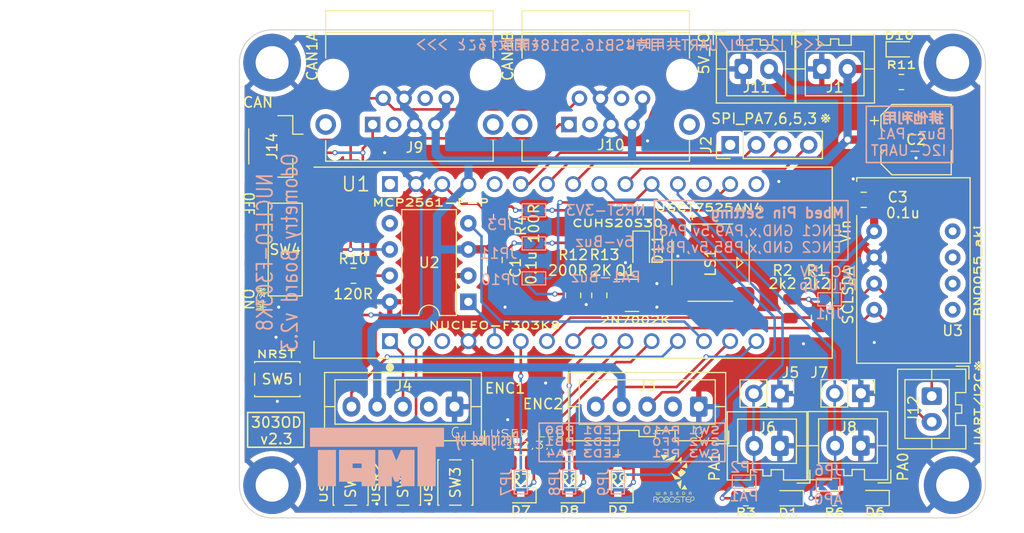
<source format=kicad_pcb>
(kicad_pcb (version 20221018) (generator pcbnew)
  (layers (0 "F.Cu" signal) (31 "B.Cu" signal) (34 "B.Paste" user) (35 "F.Paste" user) (36 "B.SilkS" user "B.Silkscreen") (37 "F.SilkS" user "F.Silkscreen") (38 "B.Mask" user) (39 "F.Mask" user) (44 "Edge.Cuts" user))
  (net 0 "")
  (net 1 "GND")
  (net 2 "+5V")
  (net 3 "NRST")
  (net 4 "Net-(D1-Pad2)")
  (net 5 "Net-(D6-Pad2)")
  (net 6 "Net-(D7-Pad2)")
  (net 7 "Net-(D8-Pad2)")
  (net 8 "Net-(D9-Pad2)")
  (net 9 "Net-(D10-Pad2)")
  (net 12 "GPIO_PA0")
  (net 13 "CANH")
  (net 15 "CANL")
  (net 19 "Net-(JP2-Pad2)")
  (net 20 "Net-(JP6-Pad2)")
  (net 21 "USR_LED1")
  (net 22 "Net-(JP7-Pad2)")
  (net 23 "USR_LED2")
  (net 24 "Net-(JP8-Pad2)")
  (net 25 "USR_LED3")
  (net 26 "Net-(JP9-Pad2)")
  (net 27 "Net-(R10-Pad1)")
  (net 28 "USR_SW1")
  (net 29 "USR_SW2")
  (net 30 "USR_SW3")
  (net 33 "CAN_TD")
  (net 34 "CAN_RD")
  (net 38 "+3V3")
  (net 41 "Net-(Q1-Pad1)")
  (net 42 "Net-(JP10-Pad2)")
  (net 43 "Net-(D11-Pad2)")
  (net 44 "Net-(D11-Pad1)")
  (net 45 "SPI1_MOSI_PA7")
  (net 46 "SPI1_MISO_PA6")
  (net 47 "SPI1_SCK_PA5")
  (net 48 "I2C_SDA")
  (net 49 "I2C_SCL")
  (net 50 "Net-(JP1-Pad1)")
  (net 55 "SPI1_SSEL_PA3")
  (net 56 "BUZZER")
  (net 57 "Net-(JP3-Pad2)")
  (net 58 "ENC2A_PB5")
  (net 59 "ENC2B_PB4")
  (net 60 "ENC1A_PA9")
  (net 61 "ENC1B_PA8")
  (footprint "NUCLEO-F303K8:MODULE_NUCLEO-F303K8" (layer "F.Cu") (at 110.49 95.25 90)
    (fp_text reference "U1")
    (fp_text value "NUCLEO-F303K8")
  )
  (footprint "Original:UGCT7525AN4" (layer "F.Cu") (at 123.825 95.25)
    (fp_text reference "LS1")
    (fp_text value "UGCT7525AN4")
  )
  (footprint "Resistor_SMD:R_0805_2012Metric" (layer "F.Cu") (at 131.572 99.7185 90)
    (fp_text reference "R2")
    (fp_text value "2k2")
  )
  (footprint "Connector_PinHeader_2.54mm:PinHeader_1x02_P2.54mm_Vertical" (layer "F.Cu") (at 130.556 107.95 -90)
    (fp_text reference "J5")
    (fp_text value "PA1")
  )
  (footprint "Connector_JST:JST_XA_B02B-XASK-1_1x02_P2.50mm_Vertical" (layer "F.Cu") (at 134.62 76.454)
    (fp_text reference "J1")
    (fp_text value "5V_IO")
  )
  (footprint "Original:SW_SPST_PTS810_HandSolder" (layer "F.Cu") (at 81.788 106.553)
    (fp_text reference "SW5")
    (fp_text value "NRST")
  )
  (footprint "Resistor_SMD:R_0805_2012Metric_Pad1.20x1.40mm_HandSolder" (layer "F.Cu") (at 103.505 90.805 90)
    (fp_text reference "R4")
    (fp_text value "100R")
  )
  (footprint "Package_DIP:DIP-8_W7.62mm" (layer "F.Cu") (at 100.32 99.05 180)
    (fp_text reference "U2")
    (fp_text value "MCP2561-E-P")
  )
  (footprint "Connector_PinHeader_2.54mm:PinHeader_1x04_P2.54mm_Vertical" (layer "F.Cu") (at 125.73 83.82 90)
    (fp_text reference "J2")
    (fp_text value "SPI_PA7,6,5,3")
  )
  (footprint "Original:ROBOSTEP_LOGO_B_S_4mm" (layer "F.Cu") (at 120.269 116.205)
    (fp_text reference "G***" hide)
    (fp_text value "LOGO" hide)
  )
  (footprint "Connector_JST:JST_XA_B02B-XASK-1_1x02_P2.50mm_Vertical" (layer "F.Cu") (at 130.556 113.03 180)
    (fp_text reference "J6")
    (fp_text value "PA1")
  )
  (footprint "Resistor_SMD:R_0805_2012Metric" (layer "F.Cu") (at 135.854 118.09)
    (fp_text reference "R6")
    (fp_text value "1k")
  )
  (footprint "Resistor_SMD:R_0805_2012Metric" (layer "F.Cu") (at 110.109 114.644 180)
    (fp_text reference "R8")
    (fp_text value "500R")
  )
  (footprint "Resistor_SMD:R_0805_2012Metric" (layer "F.Cu") (at 113.03 98.425 90)
    (fp_text reference "R13")
    (fp_text value "2K")
  )
  (footprint "LED_SMD:LED_0603_1608Metric" (layer "F.Cu") (at 110.109 117.819 180)
    (fp_text reference "D8")
    (fp_text value "USR2")
  )
  (footprint "LED_SMD:LED_0603_1608Metric" (layer "F.Cu") (at 105.41 117.819 180)
    (fp_text reference "D7")
    (fp_text value "USR1")
  )
  (footprint "Connector_PinHeader_2.54mm:PinHeader_1x02_P2.54mm_Vertical" (layer "F.Cu") (at 138.41 107.93 -90)
    (fp_text reference "J7")
    (fp_text value "PA0")
  )
  (footprint "LED_SMD:LED_0603_1608Metric" (layer "F.Cu") (at 139.68 118.09 180)
    (fp_text reference "D6")
    (fp_text value "Yellow")
  )
  (footprint "Resistor_SMD:R_0805_2012Metric" (layer "F.Cu") (at 105.41 114.654 180)
    (fp_text reference "R7")
    (fp_text value "500R")
  )
  (footprint "Original:SW_SPST_PTS810_HandSolder" (layer "F.Cu") (at 88.9 116.586 -90)
    (fp_text reference "SW1")
    (fp_text value "USR1")
  )
  (footprint "Resistor_SMD:R_0805_2012Metric" (layer "F.Cu") (at 114.824 114.644 180)
    (fp_text reference "R9")
    (fp_text value "500R")
  )
  (footprint "Capacitor_SMD:C_0805_2012Metric_Pad1.18x1.45mm_HandSolder" (layer "F.Cu") (at 102.87 94.996 90)
    (fp_text reference "C1")
    (fp_text value "0.1u")
  )
  (footprint "Resistor_SMD:R_0805_2012Metric" (layer "F.Cu") (at 127.254 118.11)
    (fp_text reference "R3")
    (fp_text value "1k")
  )
  (footprint "LED_SMD:LED_0603_1608Metric" (layer "F.Cu") (at 131.3435 118.11 180)
    (fp_text reference "D1")
    (fp_text value "Yellow")
  )
  (footprint "MountingHole:MountingHole_3.2mm_M3_DIN965_Pad" (layer "F.Cu") (at 81.28 75.84)
    (fp_text reference "H4")
    (fp_text value "MountingHole_Pad")
  )
  (footprint "Original:Kai_LAN_RJ45_Neltron_Industrial_7810-8P8C" (layer "F.Cu") (at 110.085 81.845 180)
    (fp_text reference "J10")
    (fp_text value "CAN1B")
  )
  (footprint "Original:Kai_LAN_RJ45_Neltron_Industrial_7810-8P8C" (layer "F.Cu") (at 91.035 81.845 180)
    (fp_text reference "J9")
    (fp_text value "CAN1A")
  )
  (footprint "Original:BNO055_Board" (layer "F.Cu") (at 147.32 92.202 -90)
    (fp_text reference "U3")
    (fp_text value "BNO055_aki")
  )
  (footprint "Connector_JST:JST_XA_B02B-XASK-1_1x02_P2.50mm_Vertical" (layer "F.Cu") (at 138.41 113.01 180)
    (fp_text reference "J8")
    (fp_text value "PA0")
  )
  (footprint "Diode_SMD:D_TUMD2" (layer "F.Cu") (at 117.094 93.98 -90)
    (fp_text reference "D11")
    (fp_text value "CUHS20S30")
  )
  (footprint "Connector_JST:JST_GH_SM02B-GHS-TB_1x02-1MP_P1.25mm_Horizontal" (layer "F.Cu") (at 81.575709 83.970145 -90)
    (fp_text reference "J14")
    (fp_text value "CAN")
  )
  (footprint "Capacitor_SMD:C_0805_2012Metric_Pad1.18x1.45mm_HandSolder" (layer "F.Cu") (at 138.684 89.154)
    (fp_text reference "C3")
    (fp_text value "0.1u")
  )
  (footprint "Connector_JST:JST_XA_B05B-XASK-1_1x05_P2.50mm_Vertical" (layer "F.Cu") (at 122.682 109.22 180)
    (fp_text reference "J3")
    (fp_text value "ENC2")
  )
  (footprint "Original:slide_SW" (layer "F.Cu") (at 82.55 93.98)
    (fp_text reference "SW4")
    (fp_text value "SW_DPDT_x2")
  )
  (footprint "Resistor_SMD:R_0805_2012Metric" (layer "F.Cu") (at 110.49 98.425 -90)
    (fp_text reference "R12")
    (fp_text value "200R")
  )
  (footprint "Resistor_SMD:R_0805_2012Metric" (layer "F.Cu") (at 89.17 96.52)
    (fp_text reference "R10")
    (fp_text value "120R")
  )
  (footprint "Resistor_SMD:R_0805_2012Metric" (layer "F.Cu") (at 134.347819 100.575431 90)
    (fp_text reference "R1")
    (fp_text value "2k2")
  )
  (footprint "Original:SW_SPST_PTS810_HandSolder" (layer "F.Cu") (at 93.98 116.586 -90)
    (fp_text reference "SW2")
    (fp_text value "USR2")
  )
  (footprint "MountingHole:MountingHole_3.2mm_M3_DIN965_Pad" (layer "F.Cu") (at 147.32 75.84)
    (fp_text reference "H3")
    (fp_text value "MountingHole_Pad")
  )
  (footprint "MountingHole:MountingHole_3.2mm_M3_DIN965_Pad" (layer "F.Cu") (at 81.28 116.84)
    (fp_text reference "H1")
    (fp_text value "MountingHole_Pad")
  )
  (footprint "Connector_JST:JST_XA_B02B-XASK-1_1x02_P2.50mm_Vertical" (layer "F.Cu") (at 127 76.454)
    (fp_text reference "J11")
    (fp_text value "5V_IO")
  )
  (footprint "Connector_JST:JST_XA_B02B-XASK-1_1x02_P2.50mm_Vertical" (layer "F.Cu") (at 145.288 108.204 -90)
    (fp_text reference "J12")
    (fp_text value "UART/I2C")
  )
  (footprint "MountingHole:MountingHole_3.2mm_M3_DIN965_Pad" (layer "F.Cu") (at 147.32 116.84)
    (fp_text reference "H2")
    (fp_text value "MountingHole_Pad")
  )
  (footprint "Resistor_SMD:R_0805_2012Metric" (layer "F.Cu") (at 142.3435 77.725)
    (fp_text reference "R11")
    (fp_text value "1K")
  )
  (footprint "Package_TO_SOT_SMD:SOT-23" (layer "F.Cu") (at 116.205 98.425)
    (fp_text reference "Q1")
    (fp_text value "2N7002K")
  )
  (footprint "LED_SMD:LED_0603_1608Metric" (layer "F.Cu") (at 142.3435 74.55)
    (fp_text reference "D10")
    (fp_text value "PWR")
  )
  (footprint "LED_SMD:LED_0603_1608Metric" (layer "F.Cu") (at 114.824 117.819 180)
    (fp_text reference "D9")
    (fp_text value "USR3")
  )
  (footprint "Original:SW_SPST_PTS810_HandSolder" (layer "F.Cu") (at 99.06 116.586 -90)
    (fp_text reference "SW3")
    (fp_text value "USR3")
  )
  (footprint "Capacitor_SMD:CP_Elec_6.3x5.4" (layer "F.Cu") (at 143.77 83.312)
    (fp_text reference "C2")
    (fp_text value "C_Polarized")
  )
  (footprint "Connector_JST:JST_XA_B05B-XASK-1_1x05_P2.50mm_Vertical" (layer "F.Cu") (at 98.98 109.22 180)
    (fp_text reference "J4")
    (fp_text value "ENC1")
  )
  (footprint "Original:solderbridge" (layer "B.Cu") (at 106.68 90.17 180)
    (fp_text reference "JP3")
    (fp_text value "NRST-3V3")
  )
  (footprint "Original:solderbridge" (layer "B.Cu") (at 127.078507 116.503648 180)
    (fp_text reference "JP2")
    (fp_text value "PA1")
  )
  (footprint "Original:solderbridge" (layer "B.Cu") (at 106.68 96.774 180)
    (fp_text reference "JP10")
    (fp_text value "PA1-Buz")
  )
  (footprint "Original:solderbridge" (layer "B.Cu") (at 114.824 116.549 -90)
    (fp_text reference "JP9")
    (fp_text value "USR3")
  )
  (footprint "Original:solderbridge" (layer "B.Cu") (at 106.68 93.384503)
    (fp_text reference "JP11")
    (fp_text value "5v-Buz")
  )
  (footprint "Original:solderbridge" (layer "B.Cu") (at 135.382 98.806)
    (fp_text reference "JP1")
    (fp_text value "I2C-5V")
  )
  (footprint "Original:solderbridge" (layer "B.Cu") (at 105.41 116.549 -90)
    (fp_text reference "JP7")
    (fp_text value "USR1")
  )
  (footprint "Original:solderbridge" (layer "B.Cu") (at 110.109 116.549 -90)
    (fp_text reference "JP8")
    (fp_text value "USR2")
  )
  (footprint "Original:solderbridge" (layer "B.Cu") (at 135.235 116.82 180)
    (fp_text reference "JP6")
    (fp_text value "AP0")
  )
  (footprint "Original:TMPI_LOGO_13mm_Fill" (layer "B.Cu") (at 91.460184 114.09727 180)
    (fp_text reference "G***")
    (fp_text value "LOGO" hide)
  )
  (gr_rect (start 118.364 89.2302) (end 137.16 94.996) (stroke (width 0.15)) (fill none) (layer "B.SilkS"))
  (gr_rect (start 107.188 110.8202) (end 125.222 114.554) (stroke (width 0.15)) (fill none) (layer "B.SilkS"))
  (gr_rect (start 138.938 80.0735) (end 147.32 85.5345) (stroke (width 0.15)) (fill none) (layer "B.SilkS"))
  (gr_rect (start 78.90432 109.786322) (end 84.371888 113.163609) (stroke (width 0.15)) (fill none) (layer "F.SilkS"))
  (gr_arc (start 78.105 75.84) (mid 79.034936 73.594936) (end 81.28 72.665) (stroke (width 0.1)) (layer "Edge.Cuts"))
  (gr_line (start 150.495 75.84) (end 150.495 116.84) (stroke (width 0.1)) (layer "Edge.Cuts"))
  (gr_line (start 147.32 72.665) (end 81.28 72.665) (stroke (width 0.1)) (layer "Edge.Cuts"))
  (gr_arc (start 147.32 72.665) (mid 149.565064 73.594936) (end 150.495 75.84) (stroke (width 0.1)) (layer "Edge.Cuts"))
  (gr_arc (start 81.28 120.015) (mid 79.034936 119.085064) (end 78.105 116.84) (stroke (width 0.1)) (layer "Edge.Cuts"))
  (gr_line (start 78.105 116.84) (end 78.105 75.84) (stroke (width 0.1)) (layer "Edge.Cuts"))
  (gr_arc (start 150.495 116.84) (mid 149.565064 119.085064) (end 147.32 120.015) (stroke (width 0.1)) (layer "Edge.Cuts"))
  (gr_line (start 147.32 120.015) (end 81.28 120.015) (stroke (width 0.1)) (layer "Edge.Cuts"))
  (gr_text "ENC1 GND,x,PA9,5v,PA8\nENC2 GND,x,PB5,5v,PB4" (at 136.652 92.964) (layer "B.SilkS") (effects (font (size 1 1)) (justify left mirror)))
  (gr_text "＜＜＜ I2C,SPI/UART共用時はSB16,SB18を開放すること ＞＞＞" (at 115.062 74.168) (layer "B.SilkS") (effects (font (size 1 1)) (justify mirror)))
  (gr_text "Mbed Pin Setting\n" (at 136.906 90.424) (layer "B.SilkS") (effects (font (size 1 1) (thickness 0.2)) (justify left mirror)))
  (gr_text "Designed by" (at 105.345692 112.364134) (layer "B.SilkS") (effects (font (size 1.3 0.68)) (justify left mirror)))
  (gr_text "NUCLEO-F303K8\nOdometry Board v2.3" (at 81.788 94.234 90) (layer "B.SilkS") (effects (font (size 1.5 1.2) (thickness 0.17)) (justify mirror)))
  (gr_text "LED1 PB0\nLED2 PB1\nLED3 PA4" (at 115.189 112.649) (layer "B.SilkS") (effects (font (size 0.7 1)) (justify left mirror)))
  (gr_text "SW1 PA10\nSW2 PF0\nSW3 PF1" (at 124.841 112.649) (layer "B.SilkS") (effects (font (size 0.7 1)) (justify left mirror)))
  (gr_text "Pull Up" (at 138.176 97.409) (layer "B.SilkS") (effects (font (size 1 1)) (justify left mirror)))
  (gr_text "Buz-PA1\nI2C-UART" (at 146.812 83.566) (layer "B.SilkS") (effects (font (size 1 1)) (justify left mirror)))
  (gr_text "排他利用" (at 146.558 81.28) (layer "B.SilkS") (effects (font (size 1 1) (thickness 0.2)) (justify left mirror)))
  (gr_text "\nON" (at 79.756 98.806 270) (layer "F.SilkS") (effects (font (size 1 1))))
  (gr_text "303OD\nv2.3" (at 81.69832 111.564322) (layer "F.SilkS") (effects (font (size 1 1))))
  (gr_text "SCL" (at 137.16 101.346 90) (layer "F.SilkS") (effects (font (size 1 1)) (justify left)))
  (gr_text "※" (at 134.987959 81.165318) (layer "F.SilkS") (effects (font (size 1 1))))
  (gr_text "終端" (at 80.137 98.806 270) (layer "F.SilkS") (effects (font (size 0.8 0.8) (thickness 0.08))))
  (gr_text "※" (at 149.8441 105.201248) (layer "F.SilkS") (effects (font (size 1 1))))
  (gr_text "OFF" (at 78.994 89.535 270) (layer "F.SilkS") (effects (font (size 1 0.8))))
  (gr_text "G\n" (at 122.682 111.76) (layer "F.SilkS") (effects (font (size 1 1) (thickness 0.08))))
  (gr_text "SDA" (at 137.16 98.552 90) (layer "F.SilkS") (effects (font (size 1 1)) (justify left)))
  (gr_text "G\n" (at 99.06 111.76) (layer "F.SilkS") (effects (font (size 1 1) (thickness 0.08))))
  (gr_text "USER LED\n1,2,3," (at 106.045 112.395) (layer "F.SilkS") (effects (font (size 0.7 1) (thickness 0.08))))
  (segment (start 111.76 99.314) (end 113.0065 99.314) (width 0.25) (layer "F.Cu") (net 1))
  (segment (start 113.0065 99.314) (end 113.03 99.3375) (width 0.25) (layer "F.Cu") (net 1))
  (via (at 92.202 84.582) (size 0.5) (drill 0.3) (layers "F.Cu" "B.Cu") (net 1))
  (via (at 132.842 103.124) (size 0.5) (drill 0.3) (layers "F.Cu" "B.Cu") (net 1))
  (via (at 111.76 99.314) (size 0.5) (drill 0.3) (layers "F.Cu" "B.Cu") (net 1))
  (via (at 139.709404 102.997) (size 0.5) (drill 0.3) (layers "F.Cu" "B.Cu") (net 1))
  (via (at 91.44 118.656) (size 0.5) (drill 0.3) (layers "F.Cu" "B.Cu") (net 1))
  (via (at 103.886 99.568) (size 0.5) (drill 0.3) (layers "F.Cu" "B.Cu") (net 1))
  (via (at 115.57 95.25) (size 0.5) (drill 0.3) (layers "F.Cu" "B.Cu") (net 1))
  (via (at 96.52 118.656) (size 0.5) (drill 0.3) (layers "F.Cu" "B.Cu") (net 1))
  (via (at 81.788 108.712) (size 0.5) (drill 0.3) (layers "F.Cu" "B.Cu") (net 1))
  (via (at 104.14 110.49) (size 0.5) (drill 0.3) (layers "F.Cu" "B.Cu") (net 1))
  (via (at 137.668 87.122) (size 0.5) (drill 0.3) (layers "F.Cu" "B.Cu") (net 1))
  (via (at 81.915 99.568) (size 0.5) (drill 0.3) (layers "F.Cu" "B.Cu") (net 1))
  (via (at 118.618 97.282) (size 0.5) (drill 0.3) (layers "F.Cu" "B.Cu") (net 1))
  (via (at 118.618 99.568) (size 0.5) (drill 0.3) (layers "F.Cu" "B.Cu") (net 1))
  (via (at 143.764 85.09) (size 0.5) (drill 0.3) (layers "F.Cu" "B.Cu") (net 1))
  (via (at 117.784927 91.214017) (size 0.5) (drill 0.3) (layers "F.Cu" "B.Cu") (net 1))
  (via (at 130.443364 87.376) (size 0.5) (drill 0.3) (layers "F.Cu" "B.Cu") (net 1))
  (via (at 107.823 106.934) (size 0.5) (drill 0.3) (layers "F.Cu" "B.Cu") (net 1))
  (via (at 117.711525 83.432162) (size 0.5) (drill 0.3) (layers "F.Cu" "B.Cu") (net 1))
  (via (at 81.661 102.489) (size 0.5) (drill 0.3) (layers "F.Cu" "B.Cu") (net 1))
  (via (at 120.65 94.615) (size 0.5) (drill 0.3) (layers "F.Cu" "B.Cu") (net 1))
  (segment (start 114.165 81.206009) (end 114.165 81.845) (width 0.8) (layer "B.Cu") (net 1))
  (segment (start 94.095 80.108718) (end 95.115 81.128718) (width 0.8) (layer "B.Cu") (net 1))
  (segment (start 94.095 79.305) (end 94.095 80.108718) (width 0.8) (layer "B.Cu") (net 1))
  (segment (start 113.145 80.186009) (end 114.165 81.206009) (width 0.8) (layer "B.Cu") (net 1))
  (segment (start 95.115 81.128718) (end 95.115 81.845) (width 0.8) (layer "B.Cu") (net 1))
  (segment (start 113.145 79.305) (end 113.145 80.186009) (width 0.8) (layer "B.Cu") (net 1))
  (segment (start 104.14 93.98) (end 102.8915 93.98) (width 0.25) (layer "F.Cu") (net 2))
  (segment (start 140.16 76.454) (end 141.431 77.725) (width 0.8) (layer "F.Cu") (net 2))
  (segment (start 139.7 92.202) (end 139.7 83.312) (width 0.8) (layer "F.Cu") (net 2))
  (segment (start 104.775 93.345) (end 104.14 93.98) (width 0.25) (layer "F.Cu") (net 2))
  (segment (start 102.8915 93.98) (end 102.87 93.9585) (width 0.25) (layer "F.Cu") (net 2))
  (segment (start 137.12 76.454) (end 140.16 76.454) (width 0.8) (layer "F.Cu") (net 2))
  (segment (start 100.3315 93.9585) (end 100.32 93.97) (width 0.8) (layer "F.Cu") (net 2))
  (segment (start 102.87 93.9585) (end 100.3315 93.9585) (width 0.8) (layer "F.Cu") (net 2))
  (segment (start 139.7 83.312) (end 137.12 83.312) (width 0.8) (layer "F.Cu") (net 2))
  (via (at 137.12 83.312) (size 0.8) (drill 0.6) (layers "F.Cu" "B.Cu") (net 2))
  (via (at 104.775 93.345) (size 0.5) (drill 0.3) (layers "F.Cu" "B.Cu") (net 2))
  (segment (start 106.03 93.384503) (end 104.814503 93.384503) (width 0.25) (layer "B.Cu") (net 2))
  (segment (start 98.175 79.305) (end 98.175 80.49) (width 0.8) (layer "B.Cu") (net 2))
  (segment (start 137.12 78.526) (end 137.12 76.454) (width 0.8) (layer "B.Cu") (net 2))
  (segment (start 115.182 109.22) (end 115.182 106.292) (width 0.8) (layer "B.Cu") (net 2))
  (segment (start 100.32 93.97) (end 97.292 93.97) (width 0.8) (layer "B.Cu") (net 2))
  (segment (start 117.225 80.49) (end 116.205 81.51) (width 0.8) (layer "B.Cu") (net 2))
  (segment (start 115.182 106.292) (end 114.3 105.41) (width 0.8) (layer "B.Cu") (net 2))
  (segment (start 97.282 93.98) (end 97.282 100.33) (width 0.8) (layer "B.Cu") (net 2))
  (segment (start 97.155 81.51) (end 97.155 81.845) (width 0.8) (layer "B.Cu") (net 2))
  (segment (start 116.205 81.845) (end 116.205 85.344) (width 0.8) (layer "B.Cu") (net 2))
  (segment (start 91.48 109.22) (end 91.48 105.196) (width 0.8) (layer "B.Cu") (net 2))
  (segment (start 104.814503 93.384503) (end 104.775 93.345) (width 0.25) (layer "B.Cu") (net 2))
  (segment (start 97.155 84.709) (end 97.79 85.344) (width 0.8) (layer "B.Cu") (net 2))
  (segment (start 135.088 85.344) (end 137.12 83.312) (width 0.8) (layer "B.Cu") (net 2))
  (segment (start 97.282 90.678) (end 97.282 93.98) (width 0.8) (layer "B.Cu") (net 2))
  (segment (start 97.282 100.33) (end 96.4438 101.1682) (width 0.8) (layer "B.Cu") (net 2))
  (segment (start 117.225 79.305) (end 117.225 80.49) (width 0.8) (layer "B.Cu") (net 2))
  (segment (start 97.155 81.845) (end 97.155 84.709) (width 0.8) (layer "B.Cu") (net 2))
  (segment (start 100.33 87.63) (end 100.33 85.344) (width 0.8) (layer "B.Cu") (net 2))
  (segment (start 97.292 93.97) (end 97.282 93.98) (width 0.8) (layer "B.Cu") (net 2))
  (segment (start 116.205 85.344) (end 135.088 85.344) (width 0.8) (layer "B.Cu") (net 2))
  (segment (start 91.694 105.41) (end 114.3 105.41) (width 0.8) (layer "B.Cu") (net 2))
  (segment (start 96.4438 101.1682) (end 91.6178 101.1682) (width 0.8) (layer "B.Cu") (net 2))
  (segment (start 91.6178 101.1682) (end 90.932 101.854) (width 0.8) (layer "B.Cu") (net 2))
  (segment (start 100.33 85.344) (end 116.205 85.344) (width 0.8) (layer "B.Cu") (net 2))
  (segment (start 136.032 95.87) (end 139.7 92.202) (width 0.4) (layer "B.Cu") (net 2))
  (segment (start 98.175 80.49) (end 97.155 81.51) (width 0.8) (layer "B.Cu") (net 2))
  (segment (start 136.032 98.806) (end 136.032 95.87) (width 0.4) (layer "B.Cu") (net 2))
  (segment (start 116.205 81.51) (end 116.205 81.845) (width 0.8) (layer "B.Cu") (net 2))
  (segment (start 131.572 78.526) (end 129.5 76.454) (width 0.8) (layer "B.Cu") (net 2))
  (segment (start 91.48 105.196) (end 90.932 104.648) (width 0.8) (layer "B.Cu") (net 2))
  (segment (start 90.932 101.854) (end 90.932 104.648) (width 0.8) (layer "B.Cu") (net 2))
  (segment (start 97.79 85.344) (end 100.33 85.344) (width 0.8) (layer "B.Cu") (net 2))
  (segment (start 137.12 78.526) (end 137.12 83.312) (width 0.8) (layer "B.Cu") (net 2))
  (segment (start 137.12 78.526) (end 131.572 78.526) (width 0.8) (layer "B.Cu") (net 2))
  (segment (start 100.33 87.63) (end 97.282 90.678) (width 0.8) (layer "B.Cu") (net 2))
  (segment (start 90.932 104.648) (end 91.694 105.41) (width 0.8) (layer "B.Cu") (net 2))
  (segment (start 89.068875 100.33) (end 83.9438 105.455075) (width 0.25) (layer "F.Cu") (net 3))
  (segment (start 101.235 89.535) (end 99.695 89.535) (width 0.25) (layer "F.Cu") (net 3))
  (segment (start 90.876 100.33) (end 89.068875 100.33) (width 0.25) (layer "F.Cu") (net 3))
  (segment (start 103.505 91.805) (end 101.235 89.535) (width 0.25) (layer "F.Cu") (net 3))
  (segment (start 79.5998 105.455075) (end 83.9438 105.455075) (width 0.25) (layer "F.Cu") (net 3))
  (segment (start 99.695 89.535) (end 97.79 87.63) (width 0.25) (layer "F.Cu") (net 3))
  (via (at 90.876 100.33) (size 0.5) (drill 0.3) (layers "F.Cu" "B.Cu") (net 3))
  (segment (start 95.758 100.076) (end 95.758 89.662) (width 0.25) (layer "B.Cu") (net 3))
  (segment (start 95.758 89.662) (end 97.79 87.63) (width 0.25) (layer "B.Cu") (net 3))
  (segment (start 95.504 100.33) (end 95.758 100.076) (width 0.25) (layer "B.Cu") (net 3))
  (segment (start 90.876 100.33) (end 95.504 100.33) (width 0.25) (layer "B.Cu") (net 3))
  (segment (start 130.556 118.11) (end 128.1665 118.11) (width 0.25) (layer "F.Cu") (net 4))
  (segment (start 138.805 118.09) (end 136.854 118.09) (width 0.25) (layer "F.Cu") (net 5))
  (segment (start 104.41 114.654) (end 104.41 117.694) (width 0.25) (layer "F.Cu") (net 6))
  (segment (start 104.41 117.694) (end 104.535 117.819) (width 0.25) (layer "F.Cu") (net 6))
  (segment (start 109.109 117.694) (end 109.234 117.819) (width 0.25) (layer "F.Cu") (net 7))
  (segment (start 109.109 114.644) (end 109.109 117.694) (width 0.25) (layer "F.Cu") (net 7))
  (segment (start 113.824 114.644) (end 113.824 117.694) (width 0.25) (layer "F.Cu") (net 8))
  (segment (start 113.824 117.694) (end 113.949 117.819) (width 0.25) (layer "F.Cu") (net 8))
  (segment (start 143.3435 74.675) (end 143.2185 74.55) (width 0.25) (layer "F.Cu") (net 9))
  (segment (start 143.256 74.675) (end 143.131 74.55) (width 0.25) (layer "F.Cu") (net 9))
  (segment (start 143.256 77.725) (end 143.256 74.675) (width 0.25) (layer "F.Cu") (net 9))
  (segment (start 120.65 87.63) (end 120.65 88.646) (width 0.25) (layer "B.Cu") (net 12))
  (segment (start 120.65 88.646) (end 135.87 103.866) (width 0.25) (layer "B.Cu") (net 12))
  (segment (start 135.87 112.97) (end 135.91 113.01) (width 0.25) (layer "B.Cu") (net 12))
  (segment (start 135.87 107.93) (end 135.87 112.97) (width 0.25) (layer "B.Cu") (net 12))
  (segment (start 135.91 113.01) (end 135.91 116.77) (width 0.25) (layer "B.Cu") (net 12))
  (segment (start 135.87 103.866) (end 135.87 107.93) (width 0.25) (layer "B.Cu") (net 12))
  (segment (start 107.823 83.185) (end 91.04108 83.185) (width 0.25) (layer "F.Cu") (net 13))
  (segment (start 83.425709 84.595145) (end 87.376 84.582) (width 0.25) (layer "F.Cu") (net 13))
  (segment (start 91.035 83.17892) (end 91.035 81.845) (width 0.25) (layer "F.Cu") (net 13))
  (segment (start 107.823 83.185) (end 109.163 81.845) (width 0.25) (layer "F.Cu") (net 13))
  (segment (start 92.7 96.51) (end 90.0925 96.51) (width 0.25) (layer "F.Cu") (net 13))
  (segment (start 87.376 84.582) (end 87.362855 84.595145) (width 0.25) (layer "F.Cu") (net 13))
  (segment (start 90.0825 96.52) (end 90.0825 84.1615) (width 0.25) (layer "F.Cu") (net 13))
  (segment (start 109.163 81.845) (end 110.085 81.845) (width 0.25) (layer "F.Cu") (net 13))
  (segment (start 90.0925 96.51) (end 90.0825 96.52) (width 0.25) (layer "F.Cu") (net 13))
  (segment (start 90.0825 84.1615) (end 91.035 83.209) (width 0.25) (layer "F.Cu") (net 13))
  (via (at 90.0825 84.582) (size 0.5) (drill 0.3) (layers "F.Cu" "B.Cu") (net 13))
  (via (at 87.376 84.582) (size 0.5) (drill 0.3) (layers "F.Cu" "B.Cu") (net 13))
  (segment (start 87.376 84.582) (end 90.0825 84.582) (width 0.25) (layer "B.Cu") (net 13))
  (segment (start 88.9 93.972) (end 88.9 83.439) (width 0.25) (layer "F.Cu") (net 15))
  (segment (start 88.896 93.976) (end 85.1535 93.976) (width 0.25) (layer "F.Cu") (net 15))
  (segment (start 110.03 80.38) (end 111.105 79.305) (width 0.25) (layer "F.Cu") (net 15))
  (segment (start 88.9 81.026) (end 90.621 79.305) (width 0.25) (layer "F.Cu") (net 15))
  (segment (start 93.13 80.38) (end 110.03 80.38) (width 0.25) (layer "F.Cu") (net 15))
  (segment (start 88.9 83.439) (end 88.9 81.026) (width 0.25) (layer "F.Cu") (net 15))
  (segment (start 83.425709 83.345145) (end 88.806145 83.345145) (width 0.25) (layer "F.Cu") (net 15))
  (segment (start 88.896 93.976) (end 88.9 93.972) (width 0.25) (layer "F.Cu") (net 15))
  (segment (start 92.055 79.305) (end 93.13 80.38) (width 0.25) (layer "F.Cu") (net 15))
  (segment (start 90.621 79.305) (end 92.055 79.305) (width 0.25) (layer "F.Cu") (net 15))
  (via (at 88.896 93.976) (size 0.5) (drill 0.3) (layers "F.Cu" "B.Cu") (net 15))
  (segment (start 88.902 93.97) (end 88.896 93.976) (width 0.25) (layer "B.Cu") (net 15))
  (segment (start 92.7 93.97) (end 88.902 93.97) (width 0.25) (layer "B.Cu") (net 15))
  (segment (start 126.4285 118.11) (end 124.968 118.11) (width 0.25) (layer "F.Cu") (net 19))
  (via (at 124.968 118.11) (size 0.5) (drill 0.3) (layers "F.Cu" "B.Cu") (net 19))
  (segment (start 126.353507 116.503648) (end 124.968 117.889155) (width 0.25) (layer "B.Cu") (net 19))
  (segment (start 124.968 117.889155) (end 124.968 118.11) (width 0.25) (layer "B.Cu") (net 19))
  (segment (start 134.854 118.09) (end 133.584 118.09) (width 0.25) (layer "F.Cu") (net 20))
  (via (at 133.584 118.09) (size 0.5) (drill 0.3) (layers "F.Cu" "B.Cu") (net 20))
  (segment (start 134.51 116.82) (end 134.092 116.82) (width 0.25) (layer "B.Cu") (net 20))
  (segment (start 133.584 117.328) (end 133.584 118.09) (width 0.25) (layer "B.Cu") (net 20))
  (segment (start 134.092 116.82) (end 133.584 117.328) (width 0.25) (layer "B.Cu") (net 20))
  (segment (start 105.41 102.87) (end 105.41 106.2595) (width 0.25) (layer "F.Cu") (net 21))
  (via (at 105.41 106.2595) (size 0.5) (drill 0.3) (layers "F.Cu" "B.Cu") (net 21))
  (segment (start 105.41 115.824) (end 105.41 106.2595) (width 0.25) (layer "B.Cu") (net 21))
  (segment (start 106.41 114.755) (end 106.68 115.025) (width 0.25) (layer "F.Cu") (net 22))
  (segment (start 106.68 116.295) (end 106.68 116.549) (width 0.25) (layer "F.Cu") (net 22))
  (segment (start 106.68 115.025) (end 106.68 116.295) (width 0.25) (layer "F.Cu") (net 22))
  (segment (start 106.41 114.654) (end 106.41 114.755) (width 0.25) (layer "F.Cu") (net 22))
  (via (at 106.68 116.549) (size 0.5) (drill 0.3) (layers "F.Cu" "B.Cu") (net 22))
  (segment (start 105.955 117.274) (end 105.41 117.274) (width 0.25) (layer "B.Cu") (net 22))
  (segment (start 106.68 116.549) (end 105.955 117.274) (width 0.25) (layer "B.Cu") (net 22))
  (segment (start 110.109 107.188) (end 110.109 105.791) (width 0.25) (layer "F.Cu") (net 23))
  (segment (start 110.109 105.791) (end 113.03 102.87) (width 0.25) (layer "F.Cu") (net 23))
  (via (at 110.109 107.188) (size 0.5) (drill 0.3) (layers "F.Cu" "B.Cu") (net 23))
  (segment (start 110.109 107.188) (end 110.109 115.899) (width 0.25) (layer "B.Cu") (net 23))
  (segment (start 111.109 114.644) (end 111.125 114.644) (width 0.25) (layer "F.Cu") (net 24))
  (segment (start 111.506 115.025) (end 111.506 116.549) (width 0.25) (layer "F.Cu") (net 24))
  (segment (start 111.125 114.644) (end 111.506 115.025) (width 0.25) (layer "F.Cu") (net 24))
  (via (at 111.506 116.549) (size 0.5) (drill 0.3) (layers "F.Cu" "B.Cu") (net 24))
  (segment (start 111.506 116.549) (end 110.781 117.274) (width 0.25) (layer "B.Cu") (net 24))
  (segment (start 110.781 117.274) (end 110.109 117.274) (width 0.25) (layer "B.Cu") (net 24))
  (segment (start 130.048 100.584) (end 118.618 89.154) (width 0.25) (layer "B.Cu") (net 25))
  (segment (start 118.618 89.154) (end 114.554 89.154) (width 0.25) (layer "B.Cu") (net 25))
  (segment (start 125.349 110.363) (end 125.349 108.458) (width 0.25) (layer "B.Cu") (net 25))
  (segment (start 114.554 89.154) (end 113.03 87.63) (width 0.25) (layer "B.Cu") (net 25))
  (segment (start 130.048 103.759) (end 130.048 100.584) (width 0.25) (layer "B.Cu") (net 25))
  (segment (start 119.888 115.824) (end 125.349 110.363) (width 0.25) (layer "B.Cu") (net 25))
  (segment (start 114.824 115.824) (end 119.888 115.824) (width 0.25) (layer "B.Cu") (net 25))
  (segment (start 125.349 108.458) (end 130.048 103.759) (width 0.25) (layer "B.Cu") (net 25))
  (segment (start 115.824 114.755) (end 116.348 115.279) (width 0.25) (layer "F.Cu") (net 26))
  (segment (start 115.824 114.644) (end 115.824 114.755) (width 0.25) (layer "F.Cu") (net 26))
  (segment (start 116.348 115.279) (end 116.348 116.549) (width 0.25) (layer "F.Cu") (net 26))
  (via (at 116.348 116.549) (size 0.5) (drill 0.3) (layers "F.Cu" "B.Cu") (net 26))
  (segment (start 116.348 116.549) (end 115.623 117.274) (width 0.25) (layer "B.Cu") (net 26))
  (segment (start 115.623 117.274) (end 114.824 117.274) (width 0.25) (layer "B.Cu") (net 26))
  (segment (start 88.2535 96.516) (end 85.1535 96.516) (width 0.25) (layer "F.Cu") (net 27))
  (segment (start 88.2575 96.52) (end 88.2535 96.516) (width 0.25) (layer "F.Cu") (net 27))
  (segment (start 95.25 110.236) (end 95.25 102.87) (width 0.25) (layer "F.Cu") (net 28))
  (segment (start 89.975 114.368) (end 93.091 111.252) (width 0.25) (layer "F.Cu") (net 28))
  (segment (start 93.091 111.252) (end 94.234 111.252) (width 0.25) (layer "F.Cu") (net 28))
  (segment (start 94.234 111.252) (end 95.25 110.236) (width 0.25) (layer "F.Cu") (net 28))
  (segment (start 115.57 102.87) (end 105.537 112.903) (width 0.25) (layer "F.Cu") (net 29))
  (segment (start 96.393 112.903) (end 95.055 114.241) (width 0.25) (layer "F.Cu") (net 29))
  (segment (start 105.537 112.903) (end 96.393 112.903) (width 0.25) (layer "F.Cu") (net 29))
  (segment (start 114.681 104.902) (end 116.078 104.902) (width 0.25) (layer "F.Cu") (net 30))
  (segment (start 116.078 104.902) (end 118.11 102.87) (width 0.25) (layer "F.Cu") (net 30))
  (segment (start 100.135 114.414) (end 101.138 113.411) (width 0.25) (layer "F.Cu") (net 30))
  (segment (start 106.172 113.411) (end 114.681 104.902) (width 0.25) (layer "F.Cu") (net 30))
  (segment (start 101.138 113.411) (end 106.172 113.411) (width 0.25) (layer "F.Cu") (net 30))
  (segment (start 102.87 102.87) (end 102.87 101.6) (width 0.25) (layer "B.Cu") (net 33))
  (segment (start 102.87 101.6) (end 100.32 99.05) (width 0.25) (layer "B.Cu") (net 33))
  (segment (start 100.32 91.43) (end 101.58 92.69) (width 0.25) (layer "B.Cu") (net 34))
  (segment (start 103.505 100.965) (end 121.285 100.965) (width 0.25) (layer "B.Cu") (net 34))
  (segment (start 101.6 92.69) (end 101.6 99.06) (width 0.25) (layer "B.Cu") (net 34))
  (segment (start 101.6 99.06) (end 103.505 100.965) (width 0.25) (layer "B.Cu") (net 34))
  (segment (start 101.58 92.69) (end 101.6 92.69) (width 0.25) (layer "B.Cu") (net 34))
  (segment (start 121.285 100.965) (end 123.19 102.87) (width 0.25) (layer "B.Cu") (net 34))
  (segment (start 108.458 90.17) (end 123.19 90.17) (width 0.25) (layer "F.Cu") (net 38))
  (segment (start 123.19 90.17) (end 125.73 87.63) (width 0.25) (layer "F.Cu") (net 38))
  (via (at 108.458 90.17) (size 0.5) (drill 0.3) (layers "F.Cu" "B.Cu") (net 38))
  (segment (start 108.458 90.17) (end 107.33 90.17) (width 0.25) (layer "B.Cu") (net 38))
  (segment (start 112.315 97.5125) (end 110.808198 99.019302) (width 0.25) (layer "F.Cu") (net 41))
  (segment (start 115.23 97.5125) (end 115.2675 97.475) (width 0.25) (layer "F.Cu") (net 41))
  (segment (start 113.03 97.5125) (end 112.315 97.5125) (width 0.25) (layer "F.Cu") (net 41))
  (segment (start 113.03 97.5125) (end 115.23 97.5125) (width 0.25) (layer "F.Cu") (net 41))
  (segment (start 108.712 98.298) (end 109.7045 98.298) (width 0.25) (layer "F.Cu") (net 42))
  (segment (start 109.7045 98.298) (end 110.49 97.5125) (width 0.25) (layer "F.Cu") (net 42))
  (via (at 108.712 98.298) (size 0.5) (drill 0.3) (layers "F.Cu" "B.Cu") (net 42))
  (segment (start 106.03 96.774) (end 106.03 97.394) (width 0.25) (layer "B.Cu") (net 42))
  (segment (start 106.03 97.394) (end 106.934 98.298) (width 0.25) (layer "B.Cu") (net 42))
  (segment (start 106.934 98.298) (end 108.712 98.298) (width 0.25) (layer "B.Cu") (net 42))
  (segment (start 117.125 98.4075) (end 117.1425 98.425) (width 0.25) (layer "F.Cu") (net 43))
  (segment (start 117.1425 98.425) (end 117.1425 95.6175) (width 0.25) (layer "F.Cu") (net 43))
  (segment (start 120.35 98.425) (end 120.475 98.55) (width 0.25) (layer "F.Cu") (net 43))
  (segment (start 117.125 95.6) (end 117.125 98.4075) (width 0.25) (layer "F.Cu") (net 43))
  (segment (start 117.1425 98.425) (end 120.35 98.425) (width 0.25) (layer "F.Cu") (net 43))
  (segment (start 108.458 93.356381) (end 108.484381 93.33) (width 0.25) (layer "F.Cu") (net 44))
  (segment (start 119.045 93.33) (end 120.475 91.9) (width 0.25) (layer "F.Cu") (net 44))
  (segment (start 108.484381 93.33) (end 119.045 93.33) (width 0.25) (layer "F.Cu") (net 44))
  (via (at 108.458 93.356381) (size 0.5) (drill 0.3) (layers "F.Cu" "B.Cu") (net 44))
  (segment (start 108.458 93.356381) (end 107.358122 93.356381) (width 0.25) (layer "B.Cu") (net 44))
  (segment (start 107.358122 93.356381) (end 107.33 93.384503) (width 0.25) (layer "B.Cu") (net 44))
  (segment (start 109.22 84.582) (end 106.172 87.63) (width 0.25) (layer "F.Cu") (net 45))
  (segment (start 106.172 87.63) (end 105.41 87.63) (width 0.25) (layer "F.Cu") (net 45))
  (segment (start 113.538 84.582) (end 109.22 84.582) (width 0.25) (layer "F.Cu") (net 45))
  (segment (start 124.968 84.582) (end 113.538 84.582) (width 0.25) (layer "F.Cu") (net 45))
  (segment (start 125.73 83.82) (end 124.968 84.582) (width 0.25) (layer "F.Cu") (net 45))
  (segment (start 128.27 83.82) (end 127 85.09) (width 0.25) (layer "F.Cu") (net 46))
  (segment (start 110.49 85.09) (end 127 85.09) (width 0.25) (layer "F.Cu") (net 46))
  (segment (start 107.95 87.63) (end 110.49 85.09) (width 0.25) (layer "F.Cu") (net 46))
  (segment (start 129.032 85.598) (end 112.522 85.598) (width 0.25) (layer "F.Cu") (net 47))
  (segment (start 110.49 87.63) (end 112.522 85.598) (width 0.25) (layer "F.Cu") (net 47))
  (segment (start 130.81 83.82) (end 129.032 85.598) (width 0.25) (layer "F.Cu") (net 47))
  (segment (start 145.288 102.87) (end 145.288 103.378) (width 0.25) (layer "F.Cu") (net 48))
  (segment (start 110.236 100.584) (end 136.398 100.584) (width 0.25) (layer "F.Cu") (net 48))
  (segment (start 136.398 100.584) (end 131.619 100.584) (width 0.25) (layer "F.Cu") (net 48))
  (segment (start 107.95 102.87) (end 110.236 100.584) (width 0.25) (layer "F.Cu") (net 48))
  (segment (start 136.398 100.584) (end 139.7 97.282) (width 0.25) (layer "F.Cu") (net 48))
  (segment (start 145.288 107.442) (end 145.288 103.378) (width 0.25) (layer "F.Cu") (net 48))
  (segment (start 139.7 97.282) (end 145.288 102.87) (width 0.25) (layer "F.Cu") (net 48))
  (segment (start 137.922 101.6) (end 111.76 101.6) (width 0.25) (layer "F.Cu") (net 49))
  (segment (start 143.256 109.093) (end 144.867 110.704) (width 0.25) (layer "F.Cu") (net 49))
  (segment (start 111.76 101.6) (end 110.49 102.87) (width 0.25) (layer "F.Cu") (net 49))
  (segment (start 143.256 103.378) (end 143.256 109.093) (width 0.25) (layer "F.Cu") (net 49))
  (segment (start 139.7 99.822) (end 143.256 103.378) (width 0.25) (layer "F.Cu") (net 49))
  (segment (start 139.7 99.822) (end 137.922 101.6) (width 0.25) (layer "F.Cu") (net 49))
  (segment (start 133.343215 98.806) (end 131.572 98.806) (width 0.25) (layer "F.Cu") (net 50))
  (segment (start 133.343215 98.806) (end 134.200146 99.662931) (width 0.25) (layer "F.Cu") (net 50))
  (segment (start 134.200146 99.662931) (end 134.347819 99.662931) (width 0.25) (layer "F.Cu") (net 50))
  (via (at 133.343215 98.806) (size 0.5) (drill 0.3) (layers "F.Cu" "B.Cu") (net 50))
  (segment (start 134.732 98.806) (end 133.343215 98.806) (width 0.25) (layer "B.Cu") (net 50))
  (segment (start 131.064 86.106) (end 117.094 86.106) (width 0.25) (layer "F.Cu") (net 55))
  (segment (start 133.35 83.82) (end 131.064 86.106) (width 0.25) (layer "F.Cu") (net 55))
  (segment (start 115.57 87.63) (end 117.094 86.106) (width 0.25) (layer "F.Cu") (net 55))
  (segment (start 116.332 89.408) (end 118.11 87.63) (width 0.25) (layer "F.Cu") (net 56))
  (segment (start 109.22 89.408) (end 116.332 89.408) (width 0.25) (layer "F.Cu") (net 56))
  (via (at 109.22 89.408) (size 0.5) (drill 0.3) (layers "F.Cu" "B.Cu") (net 56))
  (segment (start 109.22 89.408) (end 109.033 89.595) (width 0.25) (layer "B.Cu") (net 56))
  (segment (start 128.056 116.251155) (end 127.803507 116.503648) (width 0.25) (layer "B.Cu") (net 56))
  (segment (start 130.81 105.156) (end 130.81 100.33) (width 0.25) (layer "B.Cu") (net 56))
  (segment (start 108.241 96.774) (end 107.33 96.774) (width 0.25) (layer "B.Cu") (net 56))
  (segment (start 127.996 113.01) (end 128.016 113.03) (width 0.25) (layer "B.Cu") (net 56))
  (segment (start 127.996 107.95) (end 127.996 113.01) (width 0.25) (layer "B.Cu") (net 56))
  (segment (start 109.033 95.982) (end 108.241 96.774) (width 0.25) (layer "B.Cu") (net 56))
  (segment (start 109.033 89.595) (end 109.033 95.982) (width 0.25) (layer "B.Cu") (net 56))
  (segment (start 130.81 100.33) (end 118.11 87.63) (width 0.25) (layer "B.Cu") (net 56))
  (segment (start 128.056 113.03) (end 128.056 116.251155) (width 0.25) (layer "B.Cu") (net 56))
  (segment (start 128.016 107.95) (end 130.81 105.156) (width 0.25) (layer "B.Cu") (net 56))
  (segment (start 104.537 89.805) (end 103.505 89.805) (width 0.25) (layer "F.Cu") (net 57))
  (segment (start 104.902 90.17) (end 104.537 89.805) (width 0.25) (layer "F.Cu") (net 57))
  (via (at 104.902 90.17) (size 0.5) (drill 0.3) (layers "F.Cu" "B.Cu") (net 57))
  (segment (start 106.03 90.17) (end 104.902 90.17) (width 0.25) (layer "B.Cu") (net 57))
  (segment (start 119.126 107.823) (end 120.777 107.823) (width 0.25) (layer "F.Cu") (net 58))
  (segment (start 120.777 107.823) (end 125.73 102.87) (width 0.25) (layer "F.Cu") (net 58))
  (segment (start 117.682 109.22) (end 117.729 109.22) (width 0.25) (layer "F.Cu") (net 58))
  (segment (start 117.729 109.22) (end 119.126 107.823) (width 0.25) (layer "F.Cu") (net 58))
  (segment (start 123.393534 104.394) (end 123.393534 104.444466) (width 0.25) (layer "F.Cu") (net 59))
  (segment (start 120.523 107.315) (end 114.587 107.315) (width 0.25) (layer "F.Cu") (net 59))
  (segment (start 123.393534 104.444466) (end 120.523 107.315) (width 0.25) (layer "F.Cu") (net 59))
  (segment (start 114.587 107.315) (end 112.682 109.22) (width 0.25) (layer "F.Cu") (net 59))
  (via (at 123.393534 104.394) (size 0.5) (drill 0.3) (layers "F.Cu" "B.Cu") (net 59))
  (segment (start 123.393534 104.394) (end 126.746 104.394) (width 0.25) (layer "B.Cu") (net 59))
  (segment (start 126.746 104.394) (end 128.27 102.87) (width 0.25) (layer "B.Cu") (net 59))
  (segment (start 93.98 104.14) (end 92.71 102.87) (width 0.25) (layer "F.Cu") (net 60))
  (segment (start 93.98 109.22) (end 93.98 104.14) (width 0.25) (layer "F.Cu") (net 60))
  (segment (start 88.98 107.87) (end 92.456 104.394) (width 0.25) (layer "F.Cu") (net 61))
  (segment (start 88.98 109.22) (end 88.98 107.87) (width 0.25) (layer "F.Cu") (net 61))
  (via (at 92.456 104.394) (size 0.5) (drill 0.3) (layers "F.Cu" "B.Cu") (net 61))
  (segment (start 92.456 104.394) (end 119.126 104.394) (width 0.25) (layer "B.Cu") (net 61))
  (segment (start 119.126 104.394) (end 120.65 102.87) (width 0.25) (layer "B.Cu") (net 61))
  (zone (net 0) (net_name "") (layer "F.Cu") (connect_pads (clearance 0)) (min_thickness 0.254)
    (keepout (tracks allowed) (vias allowed) (pads allowed) (copperpour not_allowed) (footprints allowed))
    (fill (thermal_gap 0.508) (thermal_bridge_width 0.508))
    (polygon (pts (xy 144.670644 76.853075) (xy 140.606644 76.853075) (xy 140.606644 74.821075) (xy 144.670644 74.821075)))
  )
  (zone (net 0) (net_name "") (layer "F.Cu") (connect_pads (clearance 0)) (min_thickness 0.254)
    (keepout (tracks allowed) (vias allowed) (pads allowed) (copperpour not_allowed) (footprints allowed))
    (fill (thermal_gap 0.508) (thermal_bridge_width 0.508))
    (polygon (pts (xy 116.078 98.806) (xy 113.538 98.806) (xy 113.538 97.79) (xy 116.078 97.79)))
  )
  (zone (net 0) (net_name "") (layer "F.Cu") (connect_pads (clearance 0)) (min_thickness 0.254)
    (keepout (tracks allowed) (vias allowed) (pads allowed) (copperpour not_allowed) (footprints allowed))
    (fill (thermal_gap 0.508) (thermal_bridge_width 0.508))
    (polygon (pts (xy 115.419 81.788) (xy 111.355 81.788) (xy 111.355 80.01) (xy 115.419 80.01)))
  )
  (zone (net 0) (net_name "") (layer "F.Cu") (connect_pads (clearance 0)) (min_thickness 0.254)
    (keepout (tracks allowed) (vias allowed) (pads allowed) (copperpour not_allowed) (footprints allowed))
    (fill (thermal_gap 0.508) (thermal_bridge_width 0.508))
    (polygon (pts (xy 124.694 120.122) (xy 124.694 118.852) (xy 140.188 118.852) (xy 140.188 120.122)))
  )
  (zone (net 0) (net_name "") (layer "F.Cu") (connect_pads (clearance 0)) (min_thickness 0.254)
    (keepout (tracks allowed) (vias allowed) (pads allowed) (copperpour not_allowed) (footprints allowed))
    (fill (thermal_gap 0.508) (thermal_bridge_width 0.508))
    (polygon (pts (xy 89.916 91.694) (xy 88.138 91.694) (xy 88.138 90.424) (xy 89.916 90.424)))
  )
  (zone (net 0) (net_name "") (layer "F.Cu") (connect_pads (clearance 0)) (min_thickness 0.254)
    (keepout (tracks allowed) (vias allowed) (pads allowed) (copperpour not_allowed) (footprints allowed))
    (fill (thermal_gap 0.508) (thermal_bridge_width 0.508))
    (polygon (pts (xy 142.24 102.489) (xy 129.286 102.489) (xy 129.286 100.711) (xy 142.24 100.711)))
  )
  (zone (net 0) (net_name "") (layer "F.Cu") (connect_pads (clearance 0)) (min_thickness 0.254)
    (keepout (tracks allowed) (vias allowed) (pads allowed) (copperpour not_allowed) (footprints allowed))
    (fill (thermal_gap 0.508) (thermal_bridge_width 0.508))
    (polygon (pts (xy 117.411192 82.067277) (xy 114.808 81.153) (xy 113.284 79.502) (xy 118.427192 79.527277)))
  )
  (zone (net 1) (net_name "GND") (layers "F&B.Cu") (connect_pads (clearance 0.508)) (min_thickness 0.254) (fill yes (thermal_gap 0.508) (thermal_bridge_width 0.508))
    (polygon (pts (xy 150.622 120.396) (xy 77.978 120.396) (xy 77.978 72.644) (xy 150.622 72.644)))
  )
  (zone (net 0) (net_name "") (layer "B.Cu") (connect_pads (clearance 0)) (min_thickness 0.254)
    (keepout (tracks allowed) (vias allowed) (pads allowed) (copperpour not_allowed) (footprints allowed))
    (fill (thermal_gap 0.508) (thermal_bridge_width 0.508))
    (polygon (pts (xy 115.419 81.788) (xy 111.355 81.788) (xy 111.355 80.01) (xy 115.419 80.01)))
  )
  (zone (net 0) (net_name "") (layer "B.Cu") (connect_pads (clearance 0)) (min_thickness 0.254)
    (keepout (tracks allowed) (vias allowed) (pads allowed) (copperpour not_allowed) (footprints allowed))
    (fill (thermal_gap 0.508) (thermal_bridge_width 0.508))
    (polygon (pts (xy 125.095 108.966) (xy 110.611674 108.966001) (xy 110.611674 107.442001) (xy 125.095 107.442)))
  )
  (zone (net 0) (net_name "") (layer "B.Cu") (connect_pads (clearance 0)) (min_thickness 0.254)
    (keepout (tracks allowed) (vias allowed) (pads allowed) (copperpour not_allowed) (footprints allowed))
    (fill (thermal_gap 0.508) (thermal_bridge_width 0.508))
    (polygon (pts (xy 101.6 103.124) (xy 97.282 103.124) (xy 97.282 88.138) (xy 101.6 88.138)))
  )
  (zone (net 0) (net_name "") (layer "B.Cu") (connect_pads (clearance 0)) (min_thickness 0.254)
    (keepout (tracks allowed) (vias allowed) (pads allowed) (copperpour not_allowed) (footprints allowed))
    (fill (thermal_gap 0.508) (thermal_bridge_width 0.508))
    (polygon (pts (xy 98.044 100.076) (xy 93.218 100.076) (xy 93.218 88.138) (xy 98.044 88.138)))
  )
  (zone (net 0) (net_name "") (layer "B.Cu") (connect_pads (clearance 0)) (min_thickness 0.254)
    (keepout (tracks allowed) (vias allowed) (pads allowed) (copperpour not_allowed) (footprints allowed))
    (fill (thermal_gap 0.508) (thermal_bridge_width 0.508))
    (polygon (pts (xy 133.35 102.234218) (xy 131.315285 102.234218) (xy 131.315285 100.076) (xy 133.096 100.33)))
  )
  (zone (net 0) (net_name "") (layer "B.Cu") (connect_pads (clearance 0)) (min_thickness 0.254)
    (keepout (tracks allowed) (vias allowed) (pads allowed) (copperpour not_allowed) (footprints allowed))
    (fill (thermal_gap 0.508) (thermal_bridge_width 0.508))
    (polygon (pts (xy 96.623 81.788) (xy 92.559 81.788) (xy 92.559 80.01) (xy 96.623 80.01)))
  )
)
</source>
